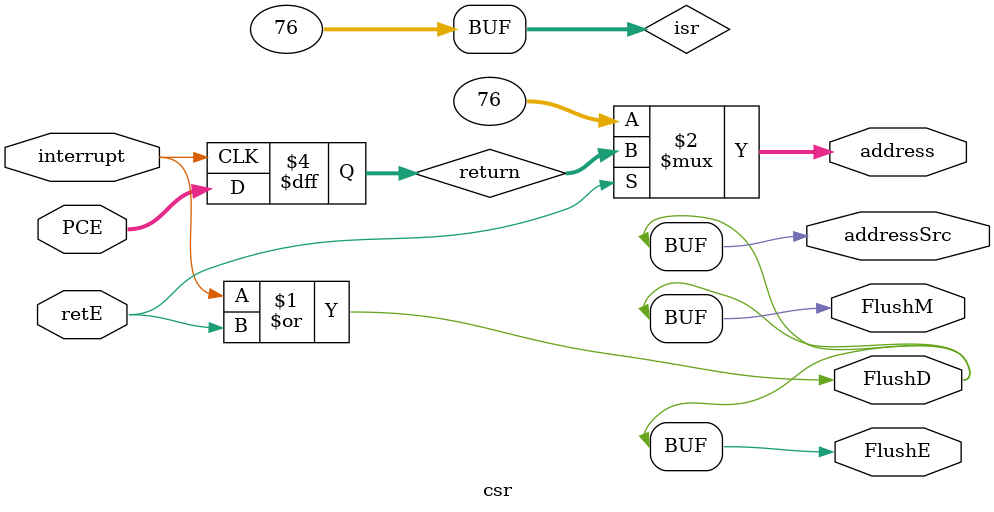
<source format=v>
`timescale 1ns / 1ps
module csr(interrupt, PCE, retE, FlushD, FlushE, FlushM, address, addressSrc);
input interrupt;
input [31:0] PCE;
input retE;

output FlushD;
output FlushE;
output FlushM;
output [31:0] address;
output addressSrc;

reg [31:0] return;

wire [31:0] isr = 32'd76;

assign addressSrc = interrupt | retE;
assign FlushD = addressSrc;
assign FlushE = addressSrc;
assign FlushM = addressSrc;
assign address = (retE)? return : isr;

always @(posedge interrupt)
begin
    return <= PCE;
end

endmodule

</source>
